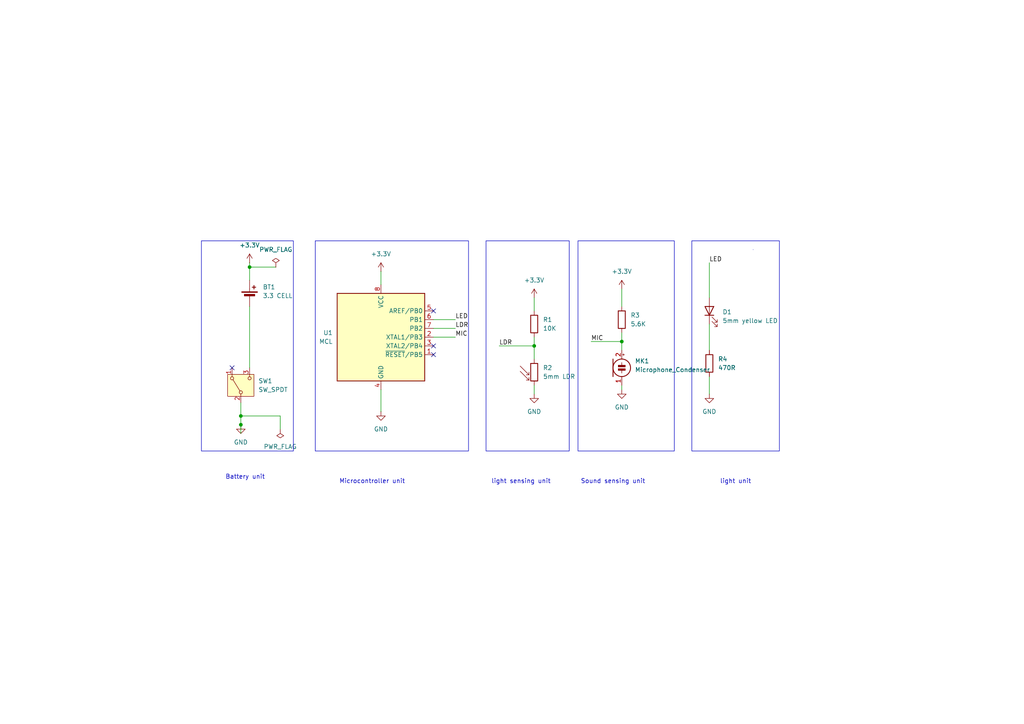
<source format=kicad_sch>
(kicad_sch
	(version 20231120)
	(generator "eeschema")
	(generator_version "8.0")
	(uuid "f8f862d3-1d98-48eb-a3c4-75cd9f32a1fe")
	(paper "A4")
	(title_block
		(title "Digital diya")
		(date "2025-02-06")
		(rev " v1")
		(company "PCB cupid")
	)
	(lib_symbols
		(symbol "Device:Battery_Cell"
			(pin_numbers hide)
			(pin_names
				(offset 0) hide)
			(exclude_from_sim no)
			(in_bom yes)
			(on_board yes)
			(property "Reference" "BT"
				(at 2.54 2.54 0)
				(effects
					(font
						(size 1.27 1.27)
					)
					(justify left)
				)
			)
			(property "Value" "Battery_Cell"
				(at 2.54 0 0)
				(effects
					(font
						(size 1.27 1.27)
					)
					(justify left)
				)
			)
			(property "Footprint" ""
				(at 0 1.524 90)
				(effects
					(font
						(size 1.27 1.27)
					)
					(hide yes)
				)
			)
			(property "Datasheet" "~"
				(at 0 1.524 90)
				(effects
					(font
						(size 1.27 1.27)
					)
					(hide yes)
				)
			)
			(property "Description" "Single-cell battery"
				(at 0 0 0)
				(effects
					(font
						(size 1.27 1.27)
					)
					(hide yes)
				)
			)
			(property "ki_keywords" "battery cell"
				(at 0 0 0)
				(effects
					(font
						(size 1.27 1.27)
					)
					(hide yes)
				)
			)
			(symbol "Battery_Cell_0_1"
				(rectangle
					(start -2.286 1.778)
					(end 2.286 1.524)
					(stroke
						(width 0)
						(type default)
					)
					(fill
						(type outline)
					)
				)
				(rectangle
					(start -1.524 1.016)
					(end 1.524 0.508)
					(stroke
						(width 0)
						(type default)
					)
					(fill
						(type outline)
					)
				)
				(polyline
					(pts
						(xy 0 0.762) (xy 0 0)
					)
					(stroke
						(width 0)
						(type default)
					)
					(fill
						(type none)
					)
				)
				(polyline
					(pts
						(xy 0 1.778) (xy 0 2.54)
					)
					(stroke
						(width 0)
						(type default)
					)
					(fill
						(type none)
					)
				)
				(polyline
					(pts
						(xy 0.762 3.048) (xy 1.778 3.048)
					)
					(stroke
						(width 0.254)
						(type default)
					)
					(fill
						(type none)
					)
				)
				(polyline
					(pts
						(xy 1.27 3.556) (xy 1.27 2.54)
					)
					(stroke
						(width 0.254)
						(type default)
					)
					(fill
						(type none)
					)
				)
			)
			(symbol "Battery_Cell_1_1"
				(pin passive line
					(at 0 5.08 270)
					(length 2.54)
					(name "+"
						(effects
							(font
								(size 1.27 1.27)
							)
						)
					)
					(number "1"
						(effects
							(font
								(size 1.27 1.27)
							)
						)
					)
				)
				(pin passive line
					(at 0 -2.54 90)
					(length 2.54)
					(name "-"
						(effects
							(font
								(size 1.27 1.27)
							)
						)
					)
					(number "2"
						(effects
							(font
								(size 1.27 1.27)
							)
						)
					)
				)
			)
		)
		(symbol "Device:LED"
			(pin_numbers hide)
			(pin_names
				(offset 1.016) hide)
			(exclude_from_sim no)
			(in_bom yes)
			(on_board yes)
			(property "Reference" "D"
				(at 0 2.54 0)
				(effects
					(font
						(size 1.27 1.27)
					)
				)
			)
			(property "Value" "LED"
				(at 0 -2.54 0)
				(effects
					(font
						(size 1.27 1.27)
					)
				)
			)
			(property "Footprint" ""
				(at 0 0 0)
				(effects
					(font
						(size 1.27 1.27)
					)
					(hide yes)
				)
			)
			(property "Datasheet" "~"
				(at 0 0 0)
				(effects
					(font
						(size 1.27 1.27)
					)
					(hide yes)
				)
			)
			(property "Description" "Light emitting diode"
				(at 0 0 0)
				(effects
					(font
						(size 1.27 1.27)
					)
					(hide yes)
				)
			)
			(property "ki_keywords" "LED diode"
				(at 0 0 0)
				(effects
					(font
						(size 1.27 1.27)
					)
					(hide yes)
				)
			)
			(property "ki_fp_filters" "LED* LED_SMD:* LED_THT:*"
				(at 0 0 0)
				(effects
					(font
						(size 1.27 1.27)
					)
					(hide yes)
				)
			)
			(symbol "LED_0_1"
				(polyline
					(pts
						(xy -1.27 -1.27) (xy -1.27 1.27)
					)
					(stroke
						(width 0.254)
						(type default)
					)
					(fill
						(type none)
					)
				)
				(polyline
					(pts
						(xy -1.27 0) (xy 1.27 0)
					)
					(stroke
						(width 0)
						(type default)
					)
					(fill
						(type none)
					)
				)
				(polyline
					(pts
						(xy 1.27 -1.27) (xy 1.27 1.27) (xy -1.27 0) (xy 1.27 -1.27)
					)
					(stroke
						(width 0.254)
						(type default)
					)
					(fill
						(type none)
					)
				)
				(polyline
					(pts
						(xy -3.048 -0.762) (xy -4.572 -2.286) (xy -3.81 -2.286) (xy -4.572 -2.286) (xy -4.572 -1.524)
					)
					(stroke
						(width 0)
						(type default)
					)
					(fill
						(type none)
					)
				)
				(polyline
					(pts
						(xy -1.778 -0.762) (xy -3.302 -2.286) (xy -2.54 -2.286) (xy -3.302 -2.286) (xy -3.302 -1.524)
					)
					(stroke
						(width 0)
						(type default)
					)
					(fill
						(type none)
					)
				)
			)
			(symbol "LED_1_1"
				(pin passive line
					(at -3.81 0 0)
					(length 2.54)
					(name "K"
						(effects
							(font
								(size 1.27 1.27)
							)
						)
					)
					(number "1"
						(effects
							(font
								(size 1.27 1.27)
							)
						)
					)
				)
				(pin passive line
					(at 3.81 0 180)
					(length 2.54)
					(name "A"
						(effects
							(font
								(size 1.27 1.27)
							)
						)
					)
					(number "2"
						(effects
							(font
								(size 1.27 1.27)
							)
						)
					)
				)
			)
		)
		(symbol "Device:Microphone_Condenser"
			(pin_names
				(offset 0.0254) hide)
			(exclude_from_sim no)
			(in_bom yes)
			(on_board yes)
			(property "Reference" "MK"
				(at -3.302 1.27 0)
				(effects
					(font
						(size 1.27 1.27)
					)
					(justify right)
				)
			)
			(property "Value" "Microphone_Condenser"
				(at -3.302 -0.635 0)
				(effects
					(font
						(size 1.27 1.27)
					)
					(justify right)
				)
			)
			(property "Footprint" ""
				(at 0 2.54 90)
				(effects
					(font
						(size 1.27 1.27)
					)
					(hide yes)
				)
			)
			(property "Datasheet" "~"
				(at 0 2.54 90)
				(effects
					(font
						(size 1.27 1.27)
					)
					(hide yes)
				)
			)
			(property "Description" "Condenser microphone"
				(at 0 0 0)
				(effects
					(font
						(size 1.27 1.27)
					)
					(hide yes)
				)
			)
			(property "ki_keywords" "capacitance condenser microphone"
				(at 0 0 0)
				(effects
					(font
						(size 1.27 1.27)
					)
					(hide yes)
				)
			)
			(symbol "Microphone_Condenser_0_1"
				(polyline
					(pts
						(xy -2.54 2.54) (xy -2.54 -2.54)
					)
					(stroke
						(width 0.254)
						(type default)
					)
					(fill
						(type none)
					)
				)
				(polyline
					(pts
						(xy 0 -0.762) (xy 0 -1.524)
					)
					(stroke
						(width 0)
						(type default)
					)
					(fill
						(type none)
					)
				)
				(polyline
					(pts
						(xy 0 0.762) (xy 0 1.524)
					)
					(stroke
						(width 0)
						(type default)
					)
					(fill
						(type none)
					)
				)
				(polyline
					(pts
						(xy 0.254 3.81) (xy 0.762 3.81)
					)
					(stroke
						(width 0)
						(type default)
					)
					(fill
						(type none)
					)
				)
				(polyline
					(pts
						(xy 0.508 4.064) (xy 0.508 3.556)
					)
					(stroke
						(width 0)
						(type default)
					)
					(fill
						(type none)
					)
				)
				(circle
					(center 0 0)
					(radius 2.54)
					(stroke
						(width 0.254)
						(type default)
					)
					(fill
						(type none)
					)
				)
				(rectangle
					(start 1.016 -0.254)
					(end -1.016 -0.762)
					(stroke
						(width 0)
						(type default)
					)
					(fill
						(type outline)
					)
				)
				(rectangle
					(start 1.016 0.762)
					(end -1.016 0.254)
					(stroke
						(width 0)
						(type default)
					)
					(fill
						(type outline)
					)
				)
			)
			(symbol "Microphone_Condenser_1_1"
				(pin passive line
					(at 0 -5.08 90)
					(length 2.54)
					(name "-"
						(effects
							(font
								(size 1.27 1.27)
							)
						)
					)
					(number "1"
						(effects
							(font
								(size 1.27 1.27)
							)
						)
					)
				)
				(pin passive line
					(at 0 5.08 270)
					(length 2.54)
					(name "+"
						(effects
							(font
								(size 1.27 1.27)
							)
						)
					)
					(number "2"
						(effects
							(font
								(size 1.27 1.27)
							)
						)
					)
				)
			)
		)
		(symbol "Device:R"
			(pin_numbers hide)
			(pin_names
				(offset 0)
			)
			(exclude_from_sim no)
			(in_bom yes)
			(on_board yes)
			(property "Reference" "R"
				(at 2.032 0 90)
				(effects
					(font
						(size 1.27 1.27)
					)
				)
			)
			(property "Value" "R"
				(at 0 0 90)
				(effects
					(font
						(size 1.27 1.27)
					)
				)
			)
			(property "Footprint" ""
				(at -1.778 0 90)
				(effects
					(font
						(size 1.27 1.27)
					)
					(hide yes)
				)
			)
			(property "Datasheet" "~"
				(at 0 0 0)
				(effects
					(font
						(size 1.27 1.27)
					)
					(hide yes)
				)
			)
			(property "Description" "Resistor"
				(at 0 0 0)
				(effects
					(font
						(size 1.27 1.27)
					)
					(hide yes)
				)
			)
			(property "ki_keywords" "R res resistor"
				(at 0 0 0)
				(effects
					(font
						(size 1.27 1.27)
					)
					(hide yes)
				)
			)
			(property "ki_fp_filters" "R_*"
				(at 0 0 0)
				(effects
					(font
						(size 1.27 1.27)
					)
					(hide yes)
				)
			)
			(symbol "R_0_1"
				(rectangle
					(start -1.016 -2.54)
					(end 1.016 2.54)
					(stroke
						(width 0.254)
						(type default)
					)
					(fill
						(type none)
					)
				)
			)
			(symbol "R_1_1"
				(pin passive line
					(at 0 3.81 270)
					(length 1.27)
					(name "~"
						(effects
							(font
								(size 1.27 1.27)
							)
						)
					)
					(number "1"
						(effects
							(font
								(size 1.27 1.27)
							)
						)
					)
				)
				(pin passive line
					(at 0 -3.81 90)
					(length 1.27)
					(name "~"
						(effects
							(font
								(size 1.27 1.27)
							)
						)
					)
					(number "2"
						(effects
							(font
								(size 1.27 1.27)
							)
						)
					)
				)
			)
		)
		(symbol "MCU_Microchip_ATtiny:ATtiny85V-10P"
			(exclude_from_sim no)
			(in_bom yes)
			(on_board yes)
			(property "Reference" "U"
				(at -12.7 13.97 0)
				(effects
					(font
						(size 1.27 1.27)
					)
					(justify left bottom)
				)
			)
			(property "Value" "ATtiny85V-10P"
				(at 2.54 -13.97 0)
				(effects
					(font
						(size 1.27 1.27)
					)
					(justify left top)
				)
			)
			(property "Footprint" "Package_DIP:DIP-8_W7.62mm"
				(at 0 0 0)
				(effects
					(font
						(size 1.27 1.27)
						(italic yes)
					)
					(hide yes)
				)
			)
			(property "Datasheet" "http://ww1.microchip.com/downloads/en/DeviceDoc/atmel-2586-avr-8-bit-microcontroller-attiny25-attiny45-attiny85_datasheet.pdf"
				(at 0 0 0)
				(effects
					(font
						(size 1.27 1.27)
					)
					(hide yes)
				)
			)
			(property "Description" "10MHz, 8kB Flash, 512B SRAM, 512B EEPROM, debugWIRE, DIP-8"
				(at 0 0 0)
				(effects
					(font
						(size 1.27 1.27)
					)
					(hide yes)
				)
			)
			(property "ki_keywords" "AVR 8bit Microcontroller tinyAVR"
				(at 0 0 0)
				(effects
					(font
						(size 1.27 1.27)
					)
					(hide yes)
				)
			)
			(property "ki_fp_filters" "DIP*W7.62mm*"
				(at 0 0 0)
				(effects
					(font
						(size 1.27 1.27)
					)
					(hide yes)
				)
			)
			(symbol "ATtiny85V-10P_0_1"
				(rectangle
					(start -12.7 -12.7)
					(end 12.7 12.7)
					(stroke
						(width 0.254)
						(type default)
					)
					(fill
						(type background)
					)
				)
			)
			(symbol "ATtiny85V-10P_1_1"
				(pin bidirectional line
					(at 15.24 -5.08 180)
					(length 2.54)
					(name "~{RESET}/PB5"
						(effects
							(font
								(size 1.27 1.27)
							)
						)
					)
					(number "1"
						(effects
							(font
								(size 1.27 1.27)
							)
						)
					)
				)
				(pin bidirectional line
					(at 15.24 0 180)
					(length 2.54)
					(name "XTAL1/PB3"
						(effects
							(font
								(size 1.27 1.27)
							)
						)
					)
					(number "2"
						(effects
							(font
								(size 1.27 1.27)
							)
						)
					)
				)
				(pin bidirectional line
					(at 15.24 -2.54 180)
					(length 2.54)
					(name "XTAL2/PB4"
						(effects
							(font
								(size 1.27 1.27)
							)
						)
					)
					(number "3"
						(effects
							(font
								(size 1.27 1.27)
							)
						)
					)
				)
				(pin power_in line
					(at 0 -15.24 90)
					(length 2.54)
					(name "GND"
						(effects
							(font
								(size 1.27 1.27)
							)
						)
					)
					(number "4"
						(effects
							(font
								(size 1.27 1.27)
							)
						)
					)
				)
				(pin bidirectional line
					(at 15.24 7.62 180)
					(length 2.54)
					(name "AREF/PB0"
						(effects
							(font
								(size 1.27 1.27)
							)
						)
					)
					(number "5"
						(effects
							(font
								(size 1.27 1.27)
							)
						)
					)
				)
				(pin bidirectional line
					(at 15.24 5.08 180)
					(length 2.54)
					(name "PB1"
						(effects
							(font
								(size 1.27 1.27)
							)
						)
					)
					(number "6"
						(effects
							(font
								(size 1.27 1.27)
							)
						)
					)
				)
				(pin bidirectional line
					(at 15.24 2.54 180)
					(length 2.54)
					(name "PB2"
						(effects
							(font
								(size 1.27 1.27)
							)
						)
					)
					(number "7"
						(effects
							(font
								(size 1.27 1.27)
							)
						)
					)
				)
				(pin power_in line
					(at 0 15.24 270)
					(length 2.54)
					(name "VCC"
						(effects
							(font
								(size 1.27 1.27)
							)
						)
					)
					(number "8"
						(effects
							(font
								(size 1.27 1.27)
							)
						)
					)
				)
			)
		)
		(symbol "Sensor_Optical:LDR07"
			(pin_numbers hide)
			(pin_names
				(offset 0)
			)
			(exclude_from_sim no)
			(in_bom yes)
			(on_board yes)
			(property "Reference" "R"
				(at -5.08 0 90)
				(effects
					(font
						(size 1.27 1.27)
					)
				)
			)
			(property "Value" "LDR07"
				(at 1.905 0 90)
				(effects
					(font
						(size 1.27 1.27)
					)
					(justify top)
				)
			)
			(property "Footprint" "OptoDevice:R_LDR_5.1x4.3mm_P3.4mm_Vertical"
				(at 4.445 0 90)
				(effects
					(font
						(size 1.27 1.27)
					)
					(hide yes)
				)
			)
			(property "Datasheet" "http://www.tme.eu/de/Document/f2e3ad76a925811312d226c31da4cd7e/LDR07.pdf"
				(at 0 -1.27 0)
				(effects
					(font
						(size 1.27 1.27)
					)
					(hide yes)
				)
			)
			(property "Description" "light dependent resistor"
				(at 0 0 0)
				(effects
					(font
						(size 1.27 1.27)
					)
					(hide yes)
				)
			)
			(property "ki_keywords" "light dependent photo resistor LDR"
				(at 0 0 0)
				(effects
					(font
						(size 1.27 1.27)
					)
					(hide yes)
				)
			)
			(property "ki_fp_filters" "R*LDR*5.1x4.3mm*P3.4mm*"
				(at 0 0 0)
				(effects
					(font
						(size 1.27 1.27)
					)
					(hide yes)
				)
			)
			(symbol "LDR07_0_1"
				(rectangle
					(start -1.016 2.54)
					(end 1.016 -2.54)
					(stroke
						(width 0.254)
						(type default)
					)
					(fill
						(type none)
					)
				)
				(polyline
					(pts
						(xy -1.524 -2.286) (xy -4.064 0.254)
					)
					(stroke
						(width 0)
						(type default)
					)
					(fill
						(type none)
					)
				)
				(polyline
					(pts
						(xy -1.524 -2.286) (xy -2.286 -2.286)
					)
					(stroke
						(width 0)
						(type default)
					)
					(fill
						(type none)
					)
				)
				(polyline
					(pts
						(xy -1.524 -2.286) (xy -1.524 -1.524)
					)
					(stroke
						(width 0)
						(type default)
					)
					(fill
						(type none)
					)
				)
				(polyline
					(pts
						(xy -1.524 -0.762) (xy -4.064 1.778)
					)
					(stroke
						(width 0)
						(type default)
					)
					(fill
						(type none)
					)
				)
				(polyline
					(pts
						(xy -1.524 -0.762) (xy -2.286 -0.762)
					)
					(stroke
						(width 0)
						(type default)
					)
					(fill
						(type none)
					)
				)
				(polyline
					(pts
						(xy -1.524 -0.762) (xy -1.524 0)
					)
					(stroke
						(width 0)
						(type default)
					)
					(fill
						(type none)
					)
				)
			)
			(symbol "LDR07_1_1"
				(pin passive line
					(at 0 3.81 270)
					(length 1.27)
					(name "~"
						(effects
							(font
								(size 1.27 1.27)
							)
						)
					)
					(number "1"
						(effects
							(font
								(size 1.27 1.27)
							)
						)
					)
				)
				(pin passive line
					(at 0 -3.81 90)
					(length 1.27)
					(name "~"
						(effects
							(font
								(size 1.27 1.27)
							)
						)
					)
					(number "2"
						(effects
							(font
								(size 1.27 1.27)
							)
						)
					)
				)
			)
		)
		(symbol "Switch:SW_SPDT"
			(pin_names
				(offset 0) hide)
			(exclude_from_sim no)
			(in_bom yes)
			(on_board yes)
			(property "Reference" "SW"
				(at 0 5.08 0)
				(effects
					(font
						(size 1.27 1.27)
					)
				)
			)
			(property "Value" "SW_SPDT"
				(at 0 -5.08 0)
				(effects
					(font
						(size 1.27 1.27)
					)
				)
			)
			(property "Footprint" ""
				(at 0 0 0)
				(effects
					(font
						(size 1.27 1.27)
					)
					(hide yes)
				)
			)
			(property "Datasheet" "~"
				(at 0 -7.62 0)
				(effects
					(font
						(size 1.27 1.27)
					)
					(hide yes)
				)
			)
			(property "Description" "Switch, single pole double throw"
				(at 0 0 0)
				(effects
					(font
						(size 1.27 1.27)
					)
					(hide yes)
				)
			)
			(property "ki_keywords" "switch single-pole double-throw spdt ON-ON"
				(at 0 0 0)
				(effects
					(font
						(size 1.27 1.27)
					)
					(hide yes)
				)
			)
			(symbol "SW_SPDT_0_1"
				(circle
					(center -2.032 0)
					(radius 0.4572)
					(stroke
						(width 0)
						(type default)
					)
					(fill
						(type none)
					)
				)
				(polyline
					(pts
						(xy -1.651 0.254) (xy 1.651 2.286)
					)
					(stroke
						(width 0)
						(type default)
					)
					(fill
						(type none)
					)
				)
				(circle
					(center 2.032 -2.54)
					(radius 0.4572)
					(stroke
						(width 0)
						(type default)
					)
					(fill
						(type none)
					)
				)
				(circle
					(center 2.032 2.54)
					(radius 0.4572)
					(stroke
						(width 0)
						(type default)
					)
					(fill
						(type none)
					)
				)
			)
			(symbol "SW_SPDT_1_1"
				(rectangle
					(start -3.175 3.81)
					(end 3.175 -3.81)
					(stroke
						(width 0)
						(type default)
					)
					(fill
						(type background)
					)
				)
				(pin passive line
					(at 5.08 2.54 180)
					(length 2.54)
					(name "A"
						(effects
							(font
								(size 1.27 1.27)
							)
						)
					)
					(number "1"
						(effects
							(font
								(size 1.27 1.27)
							)
						)
					)
				)
				(pin passive line
					(at -5.08 0 0)
					(length 2.54)
					(name "B"
						(effects
							(font
								(size 1.27 1.27)
							)
						)
					)
					(number "2"
						(effects
							(font
								(size 1.27 1.27)
							)
						)
					)
				)
				(pin passive line
					(at 5.08 -2.54 180)
					(length 2.54)
					(name "C"
						(effects
							(font
								(size 1.27 1.27)
							)
						)
					)
					(number "3"
						(effects
							(font
								(size 1.27 1.27)
							)
						)
					)
				)
			)
		)
		(symbol "power:+3.3V"
			(power)
			(pin_numbers hide)
			(pin_names
				(offset 0) hide)
			(exclude_from_sim no)
			(in_bom yes)
			(on_board yes)
			(property "Reference" "#PWR"
				(at 0 -3.81 0)
				(effects
					(font
						(size 1.27 1.27)
					)
					(hide yes)
				)
			)
			(property "Value" "+3.3V"
				(at 0 3.556 0)
				(effects
					(font
						(size 1.27 1.27)
					)
				)
			)
			(property "Footprint" ""
				(at 0 0 0)
				(effects
					(font
						(size 1.27 1.27)
					)
					(hide yes)
				)
			)
			(property "Datasheet" ""
				(at 0 0 0)
				(effects
					(font
						(size 1.27 1.27)
					)
					(hide yes)
				)
			)
			(property "Description" "Power symbol creates a global label with name \"+3.3V\""
				(at 0 0 0)
				(effects
					(font
						(size 1.27 1.27)
					)
					(hide yes)
				)
			)
			(property "ki_keywords" "global power"
				(at 0 0 0)
				(effects
					(font
						(size 1.27 1.27)
					)
					(hide yes)
				)
			)
			(symbol "+3.3V_0_1"
				(polyline
					(pts
						(xy -0.762 1.27) (xy 0 2.54)
					)
					(stroke
						(width 0)
						(type default)
					)
					(fill
						(type none)
					)
				)
				(polyline
					(pts
						(xy 0 0) (xy 0 2.54)
					)
					(stroke
						(width 0)
						(type default)
					)
					(fill
						(type none)
					)
				)
				(polyline
					(pts
						(xy 0 2.54) (xy 0.762 1.27)
					)
					(stroke
						(width 0)
						(type default)
					)
					(fill
						(type none)
					)
				)
			)
			(symbol "+3.3V_1_1"
				(pin power_in line
					(at 0 0 90)
					(length 0)
					(name "~"
						(effects
							(font
								(size 1.27 1.27)
							)
						)
					)
					(number "1"
						(effects
							(font
								(size 1.27 1.27)
							)
						)
					)
				)
			)
		)
		(symbol "power:GND"
			(power)
			(pin_numbers hide)
			(pin_names
				(offset 0) hide)
			(exclude_from_sim no)
			(in_bom yes)
			(on_board yes)
			(property "Reference" "#PWR"
				(at 0 -6.35 0)
				(effects
					(font
						(size 1.27 1.27)
					)
					(hide yes)
				)
			)
			(property "Value" "GND"
				(at 0 -3.81 0)
				(effects
					(font
						(size 1.27 1.27)
					)
				)
			)
			(property "Footprint" ""
				(at 0 0 0)
				(effects
					(font
						(size 1.27 1.27)
					)
					(hide yes)
				)
			)
			(property "Datasheet" ""
				(at 0 0 0)
				(effects
					(font
						(size 1.27 1.27)
					)
					(hide yes)
				)
			)
			(property "Description" "Power symbol creates a global label with name \"GND\" , ground"
				(at 0 0 0)
				(effects
					(font
						(size 1.27 1.27)
					)
					(hide yes)
				)
			)
			(property "ki_keywords" "global power"
				(at 0 0 0)
				(effects
					(font
						(size 1.27 1.27)
					)
					(hide yes)
				)
			)
			(symbol "GND_0_1"
				(polyline
					(pts
						(xy 0 0) (xy 0 -1.27) (xy 1.27 -1.27) (xy 0 -2.54) (xy -1.27 -1.27) (xy 0 -1.27)
					)
					(stroke
						(width 0)
						(type default)
					)
					(fill
						(type none)
					)
				)
			)
			(symbol "GND_1_1"
				(pin power_in line
					(at 0 0 270)
					(length 0)
					(name "~"
						(effects
							(font
								(size 1.27 1.27)
							)
						)
					)
					(number "1"
						(effects
							(font
								(size 1.27 1.27)
							)
						)
					)
				)
			)
		)
		(symbol "power:PWR_FLAG"
			(power)
			(pin_numbers hide)
			(pin_names
				(offset 0) hide)
			(exclude_from_sim no)
			(in_bom yes)
			(on_board yes)
			(property "Reference" "#FLG"
				(at 0 1.905 0)
				(effects
					(font
						(size 1.27 1.27)
					)
					(hide yes)
				)
			)
			(property "Value" "PWR_FLAG"
				(at 0 3.81 0)
				(effects
					(font
						(size 1.27 1.27)
					)
				)
			)
			(property "Footprint" ""
				(at 0 0 0)
				(effects
					(font
						(size 1.27 1.27)
					)
					(hide yes)
				)
			)
			(property "Datasheet" "~"
				(at 0 0 0)
				(effects
					(font
						(size 1.27 1.27)
					)
					(hide yes)
				)
			)
			(property "Description" "Special symbol for telling ERC where power comes from"
				(at 0 0 0)
				(effects
					(font
						(size 1.27 1.27)
					)
					(hide yes)
				)
			)
			(property "ki_keywords" "flag power"
				(at 0 0 0)
				(effects
					(font
						(size 1.27 1.27)
					)
					(hide yes)
				)
			)
			(symbol "PWR_FLAG_0_0"
				(pin power_out line
					(at 0 0 90)
					(length 0)
					(name "~"
						(effects
							(font
								(size 1.27 1.27)
							)
						)
					)
					(number "1"
						(effects
							(font
								(size 1.27 1.27)
							)
						)
					)
				)
			)
			(symbol "PWR_FLAG_0_1"
				(polyline
					(pts
						(xy 0 0) (xy 0 1.27) (xy -1.016 1.905) (xy 0 2.54) (xy 1.016 1.905) (xy 0 1.27)
					)
					(stroke
						(width 0)
						(type default)
					)
					(fill
						(type none)
					)
				)
			)
		)
	)
	(junction
		(at 154.94 100.33)
		(diameter 0)
		(color 0 0 0 0)
		(uuid "2c0cf104-284b-41c3-b1f4-c74b034818e8")
	)
	(junction
		(at 69.85 120.65)
		(diameter 0)
		(color 0 0 0 0)
		(uuid "5a493d62-7040-48a5-a0c6-61e55892636c")
	)
	(junction
		(at 69.85 123.19)
		(diameter 0)
		(color 0 0 0 0)
		(uuid "8aa7c34a-08c8-4be1-87ba-5fed86283227")
	)
	(junction
		(at 72.39 77.47)
		(diameter 0)
		(color 0 0 0 0)
		(uuid "b39b0ca9-cfbd-4698-b359-005d564e2e08")
	)
	(junction
		(at 180.34 99.06)
		(diameter 0)
		(color 0 0 0 0)
		(uuid "beee0f54-ea53-446c-a89d-3c3c18c5357b")
	)
	(no_connect
		(at 125.73 100.33)
		(uuid "36cbec06-eaee-4165-bf3c-abfefed1657d")
	)
	(no_connect
		(at 125.73 90.17)
		(uuid "3c899ebd-ca40-4ae3-a3c4-84b6e22832e2")
	)
	(no_connect
		(at 67.31 106.68)
		(uuid "7f586335-6d63-4dab-b6b4-e5770720d5dc")
	)
	(no_connect
		(at 125.73 102.87)
		(uuid "dd91180b-d250-43c8-bae0-1b929a084c30")
	)
	(wire
		(pts
			(xy 110.49 78.74) (xy 110.49 82.55)
		)
		(stroke
			(width 0)
			(type default)
		)
		(uuid "10bb44a3-c24e-499a-8fd7-7ab4ff59e201")
	)
	(wire
		(pts
			(xy 72.39 77.47) (xy 80.01 77.47)
		)
		(stroke
			(width 0)
			(type default)
		)
		(uuid "1b678970-0bb5-45b6-b21c-83aa72beff6f")
	)
	(wire
		(pts
			(xy 72.39 77.47) (xy 72.39 81.28)
		)
		(stroke
			(width 0)
			(type default)
		)
		(uuid "26a6e593-e8a3-4d55-9cb7-79382cc7d830")
	)
	(wire
		(pts
			(xy 154.94 100.33) (xy 154.94 104.14)
		)
		(stroke
			(width 0)
			(type default)
		)
		(uuid "28d29028-651b-44e7-9559-feb0838c138a")
	)
	(wire
		(pts
			(xy 180.34 96.52) (xy 180.34 99.06)
		)
		(stroke
			(width 0)
			(type default)
		)
		(uuid "34afbd71-72a9-440b-afe8-9d77ea087154")
	)
	(wire
		(pts
			(xy 81.28 120.65) (xy 69.85 120.65)
		)
		(stroke
			(width 0)
			(type default)
		)
		(uuid "35652ebb-ff9f-4ec3-bac3-973e1270208e")
	)
	(wire
		(pts
			(xy 180.34 83.82) (xy 180.34 88.9)
		)
		(stroke
			(width 0)
			(type default)
		)
		(uuid "3b7e8457-ccb0-478d-ba95-1388b9ba3c30")
	)
	(wire
		(pts
			(xy 69.85 116.84) (xy 69.85 120.65)
		)
		(stroke
			(width 0)
			(type default)
		)
		(uuid "4e9fa94d-4f9e-4e49-9c15-d3f0aa076120")
	)
	(wire
		(pts
			(xy 125.73 95.25) (xy 132.08 95.25)
		)
		(stroke
			(width 0)
			(type default)
		)
		(uuid "4f529ae5-f154-486d-8fbb-ccfde0811426")
	)
	(wire
		(pts
			(xy 171.45 99.06) (xy 180.34 99.06)
		)
		(stroke
			(width 0)
			(type default)
		)
		(uuid "51383d3f-cdd9-4a19-98d6-94cf7613c0d3")
	)
	(wire
		(pts
			(xy 69.85 123.19) (xy 69.85 125.73)
		)
		(stroke
			(width 0)
			(type default)
		)
		(uuid "54f6e681-e38e-470d-8d53-ff47132dafd1")
	)
	(wire
		(pts
			(xy 72.39 88.9) (xy 72.39 106.68)
		)
		(stroke
			(width 0)
			(type default)
		)
		(uuid "722c3ecb-3cb3-40aa-8773-39eef0b7d803")
	)
	(wire
		(pts
			(xy 125.73 97.79) (xy 132.08 97.79)
		)
		(stroke
			(width 0)
			(type default)
		)
		(uuid "75f0277a-7151-41c1-9161-d98ef6b1946c")
	)
	(wire
		(pts
			(xy 110.49 113.03) (xy 110.49 119.38)
		)
		(stroke
			(width 0)
			(type default)
		)
		(uuid "82167735-9a47-4f70-a7f8-0b8c917a7e98")
	)
	(wire
		(pts
			(xy 205.74 93.98) (xy 205.74 101.6)
		)
		(stroke
			(width 0)
			(type default)
		)
		(uuid "96cf6697-20ad-412b-a9e3-918aa5a44537")
	)
	(wire
		(pts
			(xy 72.39 76.2) (xy 72.39 77.47)
		)
		(stroke
			(width 0)
			(type default)
		)
		(uuid "a580a029-9463-479e-b1d3-906e78fd4f0d")
	)
	(wire
		(pts
			(xy 180.34 99.06) (xy 180.34 101.6)
		)
		(stroke
			(width 0)
			(type default)
		)
		(uuid "b548d5f0-6677-4974-bc3f-50081599ec5e")
	)
	(wire
		(pts
			(xy 154.94 111.76) (xy 154.94 114.3)
		)
		(stroke
			(width 0)
			(type default)
		)
		(uuid "ba895ba5-67d5-4fac-90d9-4fa19f5af7e3")
	)
	(wire
		(pts
			(xy 180.34 111.76) (xy 180.34 113.03)
		)
		(stroke
			(width 0)
			(type default)
		)
		(uuid "d03b5d58-020c-4d89-9718-d7d8987ccf4d")
	)
	(wire
		(pts
			(xy 144.78 100.33) (xy 154.94 100.33)
		)
		(stroke
			(width 0)
			(type default)
		)
		(uuid "d9914150-7379-4116-a18c-b50aa1f67f35")
	)
	(wire
		(pts
			(xy 205.74 76.2) (xy 205.74 86.36)
		)
		(stroke
			(width 0)
			(type default)
		)
		(uuid "e21be587-37c8-4a17-8aa1-7254160bee76")
	)
	(wire
		(pts
			(xy 154.94 97.79) (xy 154.94 100.33)
		)
		(stroke
			(width 0)
			(type default)
		)
		(uuid "e494c272-ba81-4848-916f-62eb46542393")
	)
	(wire
		(pts
			(xy 154.94 86.36) (xy 154.94 90.17)
		)
		(stroke
			(width 0)
			(type default)
		)
		(uuid "e579b7f3-89ec-48e1-ba5b-d56f6166c7b2")
	)
	(wire
		(pts
			(xy 69.85 120.65) (xy 69.85 123.19)
		)
		(stroke
			(width 0)
			(type default)
		)
		(uuid "ed7235b6-b6ff-4ee3-afb4-1cfc15ed2e3b")
	)
	(wire
		(pts
			(xy 125.73 92.71) (xy 132.08 92.71)
		)
		(stroke
			(width 0)
			(type default)
		)
		(uuid "f1b0b221-02c1-42ab-9395-179b6eba0185")
	)
	(wire
		(pts
			(xy 205.74 109.22) (xy 205.74 114.3)
		)
		(stroke
			(width 0)
			(type default)
		)
		(uuid "f9517721-43e1-4ae6-bdfe-67f7a62a1ffd")
	)
	(wire
		(pts
			(xy 81.28 124.46) (xy 81.28 120.65)
		)
		(stroke
			(width 0)
			(type default)
		)
		(uuid "fb8251ce-6ca3-450e-bb6a-494d5ffd86d8")
	)
	(rectangle
		(start 200.66 69.85)
		(end 226.06 130.81)
		(stroke
			(width 0)
			(type default)
		)
		(fill
			(type none)
		)
		(uuid 19d7faf4-7935-48dd-8264-63b7b89a57da)
	)
	(rectangle
		(start 167.64 69.85)
		(end 195.58 130.81)
		(stroke
			(width 0)
			(type default)
		)
		(fill
			(type none)
		)
		(uuid 25d290fc-85af-47d5-ab94-6363ad07cc63)
	)
	(rectangle
		(start 218.44 72.39)
		(end 218.44 72.39)
		(stroke
			(width 0)
			(type default)
		)
		(fill
			(type none)
		)
		(uuid 2831b92b-3c22-4981-9eaf-5afbda37f95f)
	)
	(rectangle
		(start 140.97 69.85)
		(end 165.1 130.81)
		(stroke
			(width 0)
			(type default)
		)
		(fill
			(type none)
		)
		(uuid af63923e-f1f5-46b0-b511-889f8706cdb5)
	)
	(rectangle
		(start 91.44 69.85)
		(end 135.89 130.81)
		(stroke
			(width 0)
			(type default)
		)
		(fill
			(type none)
		)
		(uuid cfc97c3f-5437-47eb-9fd4-35488eaed40d)
	)
	(rectangle
		(start 58.42 69.85)
		(end 85.09 130.81)
		(stroke
			(width 0)
			(type default)
		)
		(fill
			(type none)
		)
		(uuid f27b55e8-01ee-4435-ac42-f6c7dc23d29d)
	)
	(text "light sensing unit"
		(exclude_from_sim no)
		(at 151.13 139.7 0)
		(effects
			(font
				(size 1.27 1.27)
			)
		)
		(uuid "39c4ce1e-b481-4a71-a5f4-3ead8ac4e0dc")
	)
	(text "Microcontroller unit\n"
		(exclude_from_sim no)
		(at 107.95 139.7 0)
		(effects
			(font
				(size 1.27 1.27)
			)
		)
		(uuid "3b2fa352-456f-4693-82dd-42a2170b6923")
	)
	(text "light unit"
		(exclude_from_sim no)
		(at 213.36 139.7 0)
		(effects
			(font
				(size 1.27 1.27)
			)
		)
		(uuid "4c32bb8b-3f79-4585-9fee-99b107ec15eb")
	)
	(text "Battery unit\n"
		(exclude_from_sim no)
		(at 71.12 138.43 0)
		(effects
			(font
				(size 1.27 1.27)
			)
		)
		(uuid "cc524be0-8cef-4588-a2e8-aafc573e8448")
	)
	(text "Sound sensing unit"
		(exclude_from_sim no)
		(at 177.8 139.7 0)
		(effects
			(font
				(size 1.27 1.27)
			)
		)
		(uuid "ee07a525-5114-4005-aeeb-1ffc2c5b2c10")
	)
	(label "MIC"
		(at 132.08 97.79 0)
		(effects
			(font
				(size 1.27 1.27)
			)
			(justify left bottom)
		)
		(uuid "93c94405-84c9-4011-a86a-0e2447be742c")
	)
	(label "LDR"
		(at 132.08 95.25 0)
		(effects
			(font
				(size 1.27 1.27)
			)
			(justify left bottom)
		)
		(uuid "97fd5c45-852c-462f-b46a-c1ab52a9c1d7")
	)
	(label "LDR"
		(at 144.78 100.33 0)
		(effects
			(font
				(size 1.27 1.27)
			)
			(justify left bottom)
		)
		(uuid "c49098d3-568b-473d-bd94-34fbf4ab2d26")
	)
	(label "MIC"
		(at 171.45 99.06 0)
		(effects
			(font
				(size 1.27 1.27)
			)
			(justify left bottom)
		)
		(uuid "c494728f-5860-4a97-af99-979044684c82")
	)
	(label "LED"
		(at 205.74 76.2 0)
		(effects
			(font
				(size 1.27 1.27)
			)
			(justify left bottom)
		)
		(uuid "c8c3cfd0-3ab8-4a4c-8dea-5ab8d207afce")
	)
	(label "LED"
		(at 132.08 92.71 0)
		(effects
			(font
				(size 1.27 1.27)
			)
			(justify left bottom)
		)
		(uuid "d0d86e47-076e-4441-bef1-0f30ca4c3bb5")
	)
	(symbol
		(lib_id "Device:R")
		(at 205.74 105.41 0)
		(unit 1)
		(exclude_from_sim no)
		(in_bom yes)
		(on_board yes)
		(dnp no)
		(fields_autoplaced yes)
		(uuid "0631fc70-c48d-43b0-a733-2e8bc14bf9e4")
		(property "Reference" "R4"
			(at 208.28 104.1399 0)
			(effects
				(font
					(size 1.27 1.27)
				)
				(justify left)
			)
		)
		(property "Value" "470R"
			(at 208.28 106.6799 0)
			(effects
				(font
					(size 1.27 1.27)
				)
				(justify left)
			)
		)
		(property "Footprint" "Resistor_THT:R_Axial_DIN0207_L6.3mm_D2.5mm_P15.24mm_Horizontal"
			(at 203.962 105.41 90)
			(effects
				(font
					(size 1.27 1.27)
				)
				(hide yes)
			)
		)
		(property "Datasheet" "~"
			(at 205.74 105.41 0)
			(effects
				(font
					(size 1.27 1.27)
				)
				(hide yes)
			)
		)
		(property "Description" "Resistor"
			(at 205.74 105.41 0)
			(effects
				(font
					(size 1.27 1.27)
				)
				(hide yes)
			)
		)
		(pin "1"
			(uuid "225b122a-9c91-4a62-8269-a04cc6520840")
		)
		(pin "2"
			(uuid "93a26f71-c51d-435c-9425-c7b6859d2101")
		)
		(instances
			(project ""
				(path "/f8f862d3-1d98-48eb-a3c4-75cd9f32a1fe"
					(reference "R4")
					(unit 1)
				)
			)
		)
	)
	(symbol
		(lib_id "power:GND")
		(at 110.49 119.38 0)
		(unit 1)
		(exclude_from_sim no)
		(in_bom yes)
		(on_board yes)
		(dnp no)
		(fields_autoplaced yes)
		(uuid "283bec65-5f0c-4748-8dd6-9eff5bdc3b55")
		(property "Reference" "#PWR04"
			(at 110.49 125.73 0)
			(effects
				(font
					(size 1.27 1.27)
				)
				(hide yes)
			)
		)
		(property "Value" "GND"
			(at 110.49 124.46 0)
			(effects
				(font
					(size 1.27 1.27)
				)
			)
		)
		(property "Footprint" ""
			(at 110.49 119.38 0)
			(effects
				(font
					(size 1.27 1.27)
				)
				(hide yes)
			)
		)
		(property "Datasheet" ""
			(at 110.49 119.38 0)
			(effects
				(font
					(size 1.27 1.27)
				)
				(hide yes)
			)
		)
		(property "Description" "Power symbol creates a global label with name \"GND\" , ground"
			(at 110.49 119.38 0)
			(effects
				(font
					(size 1.27 1.27)
				)
				(hide yes)
			)
		)
		(pin "1"
			(uuid "c9bb3d0d-c753-4e79-b091-46025e20373a")
		)
		(instances
			(project ""
				(path "/f8f862d3-1d98-48eb-a3c4-75cd9f32a1fe"
					(reference "#PWR04")
					(unit 1)
				)
			)
		)
	)
	(symbol
		(lib_id "MCU_Microchip_ATtiny:ATtiny85V-10P")
		(at 110.49 97.79 0)
		(unit 1)
		(exclude_from_sim no)
		(in_bom yes)
		(on_board yes)
		(dnp no)
		(fields_autoplaced yes)
		(uuid "2b1b9dab-ded1-4771-8988-c4f90909c5dd")
		(property "Reference" "U1"
			(at 96.52 96.5199 0)
			(effects
				(font
					(size 1.27 1.27)
				)
				(justify right)
			)
		)
		(property "Value" "MCL"
			(at 96.52 99.0599 0)
			(effects
				(font
					(size 1.27 1.27)
				)
				(justify right)
			)
		)
		(property "Footprint" "Package_DIP:DIP-8_W7.62mm"
			(at 110.49 97.79 0)
			(effects
				(font
					(size 1.27 1.27)
					(italic yes)
				)
				(hide yes)
			)
		)
		(property "Datasheet" "http://ww1.microchip.com/downloads/en/DeviceDoc/atmel-2586-avr-8-bit-microcontroller-attiny25-attiny45-attiny85_datasheet.pdf"
			(at 110.49 97.79 0)
			(effects
				(font
					(size 1.27 1.27)
				)
				(hide yes)
			)
		)
		(property "Description" "10MHz, 8kB Flash, 512B SRAM, 512B EEPROM, debugWIRE, DIP-8"
			(at 110.49 97.79 0)
			(effects
				(font
					(size 1.27 1.27)
				)
				(hide yes)
			)
		)
		(pin "6"
			(uuid "cd10c2c6-cfad-441e-a30e-2a0e4dac38ba")
		)
		(pin "8"
			(uuid "3064ebb7-b208-470b-a368-3f29689f0888")
		)
		(pin "3"
			(uuid "71e2b03a-3915-42ea-9ce7-976f80327019")
		)
		(pin "2"
			(uuid "20246eb3-9c16-4aac-ac83-df7ed4a585ab")
		)
		(pin "1"
			(uuid "e62bb9c4-8020-4054-9364-4a4f1f30aba6")
		)
		(pin "7"
			(uuid "0db0ae13-62db-4cdc-a97b-74ab72d3d549")
		)
		(pin "5"
			(uuid "505c0140-65bf-4027-85ba-25d42e2aa971")
		)
		(pin "4"
			(uuid "495f69cd-2760-4521-9e1d-f4c77c50b925")
		)
		(instances
			(project ""
				(path "/f8f862d3-1d98-48eb-a3c4-75cd9f32a1fe"
					(reference "U1")
					(unit 1)
				)
			)
		)
	)
	(symbol
		(lib_id "power:+3.3V")
		(at 110.49 78.74 0)
		(unit 1)
		(exclude_from_sim no)
		(in_bom yes)
		(on_board yes)
		(dnp no)
		(fields_autoplaced yes)
		(uuid "37ab1f9c-cee1-4f3b-ae2d-026603f35f1c")
		(property "Reference" "#PWR03"
			(at 110.49 82.55 0)
			(effects
				(font
					(size 1.27 1.27)
				)
				(hide yes)
			)
		)
		(property "Value" "+3.3V"
			(at 110.49 73.66 0)
			(effects
				(font
					(size 1.27 1.27)
				)
			)
		)
		(property "Footprint" ""
			(at 110.49 78.74 0)
			(effects
				(font
					(size 1.27 1.27)
				)
				(hide yes)
			)
		)
		(property "Datasheet" ""
			(at 110.49 78.74 0)
			(effects
				(font
					(size 1.27 1.27)
				)
				(hide yes)
			)
		)
		(property "Description" "Power symbol creates a global label with name \"+3.3V\""
			(at 110.49 78.74 0)
			(effects
				(font
					(size 1.27 1.27)
				)
				(hide yes)
			)
		)
		(pin "1"
			(uuid "720e0c58-f1db-428c-b7f8-ad804ebcad58")
		)
		(instances
			(project ""
				(path "/f8f862d3-1d98-48eb-a3c4-75cd9f32a1fe"
					(reference "#PWR03")
					(unit 1)
				)
			)
		)
	)
	(symbol
		(lib_id "power:GND")
		(at 69.85 123.19 0)
		(unit 1)
		(exclude_from_sim no)
		(in_bom yes)
		(on_board yes)
		(dnp no)
		(fields_autoplaced yes)
		(uuid "42ea2f86-5638-453d-850c-820df9270fbf")
		(property "Reference" "#PWR01"
			(at 69.85 129.54 0)
			(effects
				(font
					(size 1.27 1.27)
				)
				(hide yes)
			)
		)
		(property "Value" "GND"
			(at 69.85 128.27 0)
			(effects
				(font
					(size 1.27 1.27)
				)
			)
		)
		(property "Footprint" ""
			(at 69.85 123.19 0)
			(effects
				(font
					(size 1.27 1.27)
				)
				(hide yes)
			)
		)
		(property "Datasheet" ""
			(at 69.85 123.19 0)
			(effects
				(font
					(size 1.27 1.27)
				)
				(hide yes)
			)
		)
		(property "Description" "Power symbol creates a global label with name \"GND\" , ground"
			(at 69.85 123.19 0)
			(effects
				(font
					(size 1.27 1.27)
				)
				(hide yes)
			)
		)
		(pin "1"
			(uuid "6ec9d19d-40f0-4789-8d0f-9de5f26741ed")
		)
		(instances
			(project ""
				(path "/f8f862d3-1d98-48eb-a3c4-75cd9f32a1fe"
					(reference "#PWR01")
					(unit 1)
				)
			)
		)
	)
	(symbol
		(lib_id "power:+3.3V")
		(at 72.39 76.2 0)
		(unit 1)
		(exclude_from_sim no)
		(in_bom yes)
		(on_board yes)
		(dnp no)
		(fields_autoplaced yes)
		(uuid "5285c358-79e1-42da-9f95-1c1c7da337ff")
		(property "Reference" "#PWR02"
			(at 72.39 80.01 0)
			(effects
				(font
					(size 1.27 1.27)
				)
				(hide yes)
			)
		)
		(property "Value" "+3.3V"
			(at 72.39 71.12 0)
			(effects
				(font
					(size 1.27 1.27)
				)
			)
		)
		(property "Footprint" ""
			(at 72.39 76.2 0)
			(effects
				(font
					(size 1.27 1.27)
				)
				(hide yes)
			)
		)
		(property "Datasheet" ""
			(at 72.39 76.2 0)
			(effects
				(font
					(size 1.27 1.27)
				)
				(hide yes)
			)
		)
		(property "Description" "Power symbol creates a global label with name \"+3.3V\""
			(at 72.39 76.2 0)
			(effects
				(font
					(size 1.27 1.27)
				)
				(hide yes)
			)
		)
		(pin "1"
			(uuid "807efb9b-4a5e-4fce-8b38-5995b4e95175")
		)
		(instances
			(project ""
				(path "/f8f862d3-1d98-48eb-a3c4-75cd9f32a1fe"
					(reference "#PWR02")
					(unit 1)
				)
			)
		)
	)
	(symbol
		(lib_id "power:GND")
		(at 154.94 114.3 0)
		(unit 1)
		(exclude_from_sim no)
		(in_bom yes)
		(on_board yes)
		(dnp no)
		(fields_autoplaced yes)
		(uuid "6ecb7be5-9663-4cd6-be71-54de9a76e14c")
		(property "Reference" "#PWR06"
			(at 154.94 120.65 0)
			(effects
				(font
					(size 1.27 1.27)
				)
				(hide yes)
			)
		)
		(property "Value" "GND"
			(at 154.94 119.38 0)
			(effects
				(font
					(size 1.27 1.27)
				)
			)
		)
		(property "Footprint" ""
			(at 154.94 114.3 0)
			(effects
				(font
					(size 1.27 1.27)
				)
				(hide yes)
			)
		)
		(property "Datasheet" ""
			(at 154.94 114.3 0)
			(effects
				(font
					(size 1.27 1.27)
				)
				(hide yes)
			)
		)
		(property "Description" "Power symbol creates a global label with name \"GND\" , ground"
			(at 154.94 114.3 0)
			(effects
				(font
					(size 1.27 1.27)
				)
				(hide yes)
			)
		)
		(pin "1"
			(uuid "d69607c5-0043-4acb-b969-1b92c984bc10")
		)
		(instances
			(project ""
				(path "/f8f862d3-1d98-48eb-a3c4-75cd9f32a1fe"
					(reference "#PWR06")
					(unit 1)
				)
			)
		)
	)
	(symbol
		(lib_id "Device:LED")
		(at 205.74 90.17 90)
		(unit 1)
		(exclude_from_sim no)
		(in_bom yes)
		(on_board yes)
		(dnp no)
		(fields_autoplaced yes)
		(uuid "72f2b785-f92f-405d-b80e-f2cd093bb88b")
		(property "Reference" "D1"
			(at 209.55 90.4874 90)
			(effects
				(font
					(size 1.27 1.27)
				)
				(justify right)
			)
		)
		(property "Value" "5mm yellow LED"
			(at 209.55 93.0274 90)
			(effects
				(font
					(size 1.27 1.27)
				)
				(justify right)
			)
		)
		(property "Footprint" "LED_THT:LED_D5.0mm"
			(at 205.74 90.17 0)
			(effects
				(font
					(size 1.27 1.27)
				)
				(hide yes)
			)
		)
		(property "Datasheet" "~"
			(at 205.74 90.17 0)
			(effects
				(font
					(size 1.27 1.27)
				)
				(hide yes)
			)
		)
		(property "Description" "Light emitting diode"
			(at 205.74 90.17 0)
			(effects
				(font
					(size 1.27 1.27)
				)
				(hide yes)
			)
		)
		(pin "2"
			(uuid "88b09bbc-1638-47a7-bdee-4304812f8dee")
		)
		(pin "1"
			(uuid "7f4f8e29-1d56-474f-a51e-b96c578e7b86")
		)
		(instances
			(project ""
				(path "/f8f862d3-1d98-48eb-a3c4-75cd9f32a1fe"
					(reference "D1")
					(unit 1)
				)
			)
		)
	)
	(symbol
		(lib_id "power:GND")
		(at 180.34 113.03 0)
		(unit 1)
		(exclude_from_sim no)
		(in_bom yes)
		(on_board yes)
		(dnp no)
		(fields_autoplaced yes)
		(uuid "80f8aa51-7f1f-4410-88f3-2c7a92ca9152")
		(property "Reference" "#PWR08"
			(at 180.34 119.38 0)
			(effects
				(font
					(size 1.27 1.27)
				)
				(hide yes)
			)
		)
		(property "Value" "GND"
			(at 180.34 118.11 0)
			(effects
				(font
					(size 1.27 1.27)
				)
			)
		)
		(property "Footprint" ""
			(at 180.34 113.03 0)
			(effects
				(font
					(size 1.27 1.27)
				)
				(hide yes)
			)
		)
		(property "Datasheet" ""
			(at 180.34 113.03 0)
			(effects
				(font
					(size 1.27 1.27)
				)
				(hide yes)
			)
		)
		(property "Description" "Power symbol creates a global label with name \"GND\" , ground"
			(at 180.34 113.03 0)
			(effects
				(font
					(size 1.27 1.27)
				)
				(hide yes)
			)
		)
		(pin "1"
			(uuid "f2d27780-85a6-4e3f-97d7-2f0f8e5768f8")
		)
		(instances
			(project ""
				(path "/f8f862d3-1d98-48eb-a3c4-75cd9f32a1fe"
					(reference "#PWR08")
					(unit 1)
				)
			)
		)
	)
	(symbol
		(lib_id "Switch:SW_SPDT")
		(at 69.85 111.76 90)
		(unit 1)
		(exclude_from_sim no)
		(in_bom yes)
		(on_board yes)
		(dnp no)
		(fields_autoplaced yes)
		(uuid "82e71dc4-5e74-4556-b85c-3b575ce10514")
		(property "Reference" "SW1"
			(at 74.93 110.4899 90)
			(effects
				(font
					(size 1.27 1.27)
				)
				(justify right)
			)
		)
		(property "Value" "SW_SPDT"
			(at 74.93 113.0299 90)
			(effects
				(font
					(size 1.27 1.27)
				)
				(justify right)
			)
		)
		(property "Footprint" "Button_Switch_THT:SW_E-Switch_EG1224_SPDT_Angled"
			(at 69.85 111.76 0)
			(effects
				(font
					(size 1.27 1.27)
				)
				(hide yes)
			)
		)
		(property "Datasheet" "~"
			(at 77.47 111.76 0)
			(effects
				(font
					(size 1.27 1.27)
				)
				(hide yes)
			)
		)
		(property "Description" "Switch, single pole double throw"
			(at 69.85 111.76 0)
			(effects
				(font
					(size 1.27 1.27)
				)
				(hide yes)
			)
		)
		(pin "3"
			(uuid "85ca5ac1-533a-4808-a5c5-59a24bf6877a")
		)
		(pin "2"
			(uuid "4caf7a15-ec04-4597-ab70-37864e7e8eda")
		)
		(pin "1"
			(uuid "f4098cf5-523d-4d82-93a2-2b39ee26464a")
		)
		(instances
			(project ""
				(path "/f8f862d3-1d98-48eb-a3c4-75cd9f32a1fe"
					(reference "SW1")
					(unit 1)
				)
			)
		)
	)
	(symbol
		(lib_id "Device:R")
		(at 180.34 92.71 0)
		(unit 1)
		(exclude_from_sim no)
		(in_bom yes)
		(on_board yes)
		(dnp no)
		(fields_autoplaced yes)
		(uuid "9c70800b-e1c6-4c78-a58d-d98ab90e26aa")
		(property "Reference" "R3"
			(at 182.88 91.4399 0)
			(effects
				(font
					(size 1.27 1.27)
				)
				(justify left)
			)
		)
		(property "Value" "5.6K"
			(at 182.88 93.9799 0)
			(effects
				(font
					(size 1.27 1.27)
				)
				(justify left)
			)
		)
		(property "Footprint" "Resistor_THT:R_Axial_DIN0207_L6.3mm_D2.5mm_P15.24mm_Horizontal"
			(at 178.562 92.71 90)
			(effects
				(font
					(size 1.27 1.27)
				)
				(hide yes)
			)
		)
		(property "Datasheet" "~"
			(at 180.34 92.71 0)
			(effects
				(font
					(size 1.27 1.27)
				)
				(hide yes)
			)
		)
		(property "Description" "Resistor"
			(at 180.34 92.71 0)
			(effects
				(font
					(size 1.27 1.27)
				)
				(hide yes)
			)
		)
		(pin "1"
			(uuid "afb16fd2-79a5-416d-8507-7bcb2bd84d71")
		)
		(pin "2"
			(uuid "61e1b785-44f1-47d6-ac79-8281faaa4db2")
		)
		(instances
			(project "feb2025"
				(path "/f8f862d3-1d98-48eb-a3c4-75cd9f32a1fe"
					(reference "R3")
					(unit 1)
				)
			)
		)
	)
	(symbol
		(lib_id "Device:Microphone_Condenser")
		(at 180.34 106.68 0)
		(unit 1)
		(exclude_from_sim no)
		(in_bom yes)
		(on_board yes)
		(dnp no)
		(fields_autoplaced yes)
		(uuid "a4d27b3c-84ac-4405-8210-de0e782d0ac2")
		(property "Reference" "MK1"
			(at 184.15 104.7114 0)
			(effects
				(font
					(size 1.27 1.27)
				)
				(justify left)
			)
		)
		(property "Value" "Microphone_Condenser"
			(at 184.15 107.2514 0)
			(effects
				(font
					(size 1.27 1.27)
				)
				(justify left)
			)
		)
		(property "Footprint" "Connector_PinHeader_2.54mm:PinHeader_1x02_P2.54mm_Vertical"
			(at 180.34 104.14 90)
			(effects
				(font
					(size 1.27 1.27)
				)
				(hide yes)
			)
		)
		(property "Datasheet" "~"
			(at 180.34 104.14 90)
			(effects
				(font
					(size 1.27 1.27)
				)
				(hide yes)
			)
		)
		(property "Description" "Condenser microphone"
			(at 180.34 106.68 0)
			(effects
				(font
					(size 1.27 1.27)
				)
				(hide yes)
			)
		)
		(pin "1"
			(uuid "53ca2a06-85eb-457b-8e98-3dd483df5a56")
		)
		(pin "2"
			(uuid "b4fab49c-764b-4b19-aecf-da4c9a7bb5b4")
		)
		(instances
			(project ""
				(path "/f8f862d3-1d98-48eb-a3c4-75cd9f32a1fe"
					(reference "MK1")
					(unit 1)
				)
			)
		)
	)
	(symbol
		(lib_id "power:+3.3V")
		(at 180.34 83.82 0)
		(unit 1)
		(exclude_from_sim no)
		(in_bom yes)
		(on_board yes)
		(dnp no)
		(fields_autoplaced yes)
		(uuid "ac704fd1-d122-4ef5-a508-3764736d0280")
		(property "Reference" "#PWR07"
			(at 180.34 87.63 0)
			(effects
				(font
					(size 1.27 1.27)
				)
				(hide yes)
			)
		)
		(property "Value" "+3.3V"
			(at 180.34 78.74 0)
			(effects
				(font
					(size 1.27 1.27)
				)
			)
		)
		(property "Footprint" ""
			(at 180.34 83.82 0)
			(effects
				(font
					(size 1.27 1.27)
				)
				(hide yes)
			)
		)
		(property "Datasheet" ""
			(at 180.34 83.82 0)
			(effects
				(font
					(size 1.27 1.27)
				)
				(hide yes)
			)
		)
		(property "Description" "Power symbol creates a global label with name \"+3.3V\""
			(at 180.34 83.82 0)
			(effects
				(font
					(size 1.27 1.27)
				)
				(hide yes)
			)
		)
		(pin "1"
			(uuid "ca31c844-609a-4397-a416-3dc8f18a861e")
		)
		(instances
			(project ""
				(path "/f8f862d3-1d98-48eb-a3c4-75cd9f32a1fe"
					(reference "#PWR07")
					(unit 1)
				)
			)
		)
	)
	(symbol
		(lib_id "Device:Battery_Cell")
		(at 72.39 86.36 0)
		(unit 1)
		(exclude_from_sim no)
		(in_bom yes)
		(on_board yes)
		(dnp no)
		(fields_autoplaced yes)
		(uuid "ae67254b-e04b-4163-9578-313301428ddd")
		(property "Reference" "BT1"
			(at 76.2 83.2484 0)
			(effects
				(font
					(size 1.27 1.27)
				)
				(justify left)
			)
		)
		(property "Value" "3.3 CELL"
			(at 76.2 85.7884 0)
			(effects
				(font
					(size 1.27 1.27)
				)
				(justify left)
			)
		)
		(property "Footprint" "Battery:BatteryHolder_ComfortableElectronic_CH273-2450_1x2450"
			(at 72.39 84.836 90)
			(effects
				(font
					(size 1.27 1.27)
				)
				(hide yes)
			)
		)
		(property "Datasheet" "~"
			(at 72.39 84.836 90)
			(effects
				(font
					(size 1.27 1.27)
				)
				(hide yes)
			)
		)
		(property "Description" "Single-cell battery"
			(at 72.39 86.36 0)
			(effects
				(font
					(size 1.27 1.27)
				)
				(hide yes)
			)
		)
		(pin "2"
			(uuid "a490c823-cb65-4bd6-9b68-25c4f8d58065")
		)
		(pin "1"
			(uuid "6b058634-8d20-40f4-bc7b-20be8a0636e3")
		)
		(instances
			(project ""
				(path "/f8f862d3-1d98-48eb-a3c4-75cd9f32a1fe"
					(reference "BT1")
					(unit 1)
				)
			)
		)
	)
	(symbol
		(lib_id "Device:R")
		(at 154.94 93.98 0)
		(unit 1)
		(exclude_from_sim no)
		(in_bom yes)
		(on_board yes)
		(dnp no)
		(fields_autoplaced yes)
		(uuid "b6812af9-55f3-4085-8faf-65a248db61d3")
		(property "Reference" "R1"
			(at 157.48 92.7099 0)
			(effects
				(font
					(size 1.27 1.27)
				)
				(justify left)
			)
		)
		(property "Value" "10K"
			(at 157.48 95.2499 0)
			(effects
				(font
					(size 1.27 1.27)
				)
				(justify left)
			)
		)
		(property "Footprint" "Resistor_THT:R_Axial_DIN0207_L6.3mm_D2.5mm_P15.24mm_Horizontal"
			(at 153.162 93.98 90)
			(effects
				(font
					(size 1.27 1.27)
				)
				(hide yes)
			)
		)
		(property "Datasheet" "~"
			(at 154.94 93.98 0)
			(effects
				(font
					(size 1.27 1.27)
				)
				(hide yes)
			)
		)
		(property "Description" "Resistor"
			(at 154.94 93.98 0)
			(effects
				(font
					(size 1.27 1.27)
				)
				(hide yes)
			)
		)
		(pin "1"
			(uuid "5c7bcc73-dbc0-4394-b5da-5671e74c1684")
		)
		(pin "2"
			(uuid "44b92b8e-aa53-4c9a-a038-f242676b4851")
		)
		(instances
			(project ""
				(path "/f8f862d3-1d98-48eb-a3c4-75cd9f32a1fe"
					(reference "R1")
					(unit 1)
				)
			)
		)
	)
	(symbol
		(lib_id "power:+3.3V")
		(at 154.94 86.36 0)
		(unit 1)
		(exclude_from_sim no)
		(in_bom yes)
		(on_board yes)
		(dnp no)
		(fields_autoplaced yes)
		(uuid "ba97dcf0-fe6f-463b-9f23-9050faa05672")
		(property "Reference" "#PWR05"
			(at 154.94 90.17 0)
			(effects
				(font
					(size 1.27 1.27)
				)
				(hide yes)
			)
		)
		(property "Value" "+3.3V"
			(at 154.94 81.28 0)
			(effects
				(font
					(size 1.27 1.27)
				)
			)
		)
		(property "Footprint" ""
			(at 154.94 86.36 0)
			(effects
				(font
					(size 1.27 1.27)
				)
				(hide yes)
			)
		)
		(property "Datasheet" ""
			(at 154.94 86.36 0)
			(effects
				(font
					(size 1.27 1.27)
				)
				(hide yes)
			)
		)
		(property "Description" "Power symbol creates a global label with name \"+3.3V\""
			(at 154.94 86.36 0)
			(effects
				(font
					(size 1.27 1.27)
				)
				(hide yes)
			)
		)
		(pin "1"
			(uuid "cc1890e4-c448-48b9-af6b-fd3a7dda8398")
		)
		(instances
			(project ""
				(path "/f8f862d3-1d98-48eb-a3c4-75cd9f32a1fe"
					(reference "#PWR05")
					(unit 1)
				)
			)
		)
	)
	(symbol
		(lib_id "power:PWR_FLAG")
		(at 80.01 77.47 0)
		(unit 1)
		(exclude_from_sim no)
		(in_bom yes)
		(on_board yes)
		(dnp no)
		(fields_autoplaced yes)
		(uuid "cec3f461-75ae-4756-b5b3-3b30c38a9a2f")
		(property "Reference" "#FLG01"
			(at 80.01 75.565 0)
			(effects
				(font
					(size 1.27 1.27)
				)
				(hide yes)
			)
		)
		(property "Value" "PWR_FLAG"
			(at 80.01 72.39 0)
			(effects
				(font
					(size 1.27 1.27)
				)
			)
		)
		(property "Footprint" ""
			(at 80.01 77.47 0)
			(effects
				(font
					(size 1.27 1.27)
				)
				(hide yes)
			)
		)
		(property "Datasheet" "~"
			(at 80.01 77.47 0)
			(effects
				(font
					(size 1.27 1.27)
				)
				(hide yes)
			)
		)
		(property "Description" "Special symbol for telling ERC where power comes from"
			(at 80.01 77.47 0)
			(effects
				(font
					(size 1.27 1.27)
				)
				(hide yes)
			)
		)
		(pin "1"
			(uuid "b027f57f-e482-4ade-8d69-c174e5c7d07a")
		)
		(instances
			(project ""
				(path "/f8f862d3-1d98-48eb-a3c4-75cd9f32a1fe"
					(reference "#FLG01")
					(unit 1)
				)
			)
		)
	)
	(symbol
		(lib_id "power:PWR_FLAG")
		(at 81.28 124.46 180)
		(unit 1)
		(exclude_from_sim no)
		(in_bom yes)
		(on_board yes)
		(dnp no)
		(fields_autoplaced yes)
		(uuid "fabd8f60-2fa8-4e6f-b74a-0974f18c7ced")
		(property "Reference" "#FLG02"
			(at 81.28 126.365 0)
			(effects
				(font
					(size 1.27 1.27)
				)
				(hide yes)
			)
		)
		(property "Value" "PWR_FLAG"
			(at 81.28 129.54 0)
			(effects
				(font
					(size 1.27 1.27)
				)
			)
		)
		(property "Footprint" ""
			(at 81.28 124.46 0)
			(effects
				(font
					(size 1.27 1.27)
				)
				(hide yes)
			)
		)
		(property "Datasheet" "~"
			(at 81.28 124.46 0)
			(effects
				(font
					(size 1.27 1.27)
				)
				(hide yes)
			)
		)
		(property "Description" "Special symbol for telling ERC where power comes from"
			(at 81.28 124.46 0)
			(effects
				(font
					(size 1.27 1.27)
				)
				(hide yes)
			)
		)
		(pin "1"
			(uuid "b47d264b-54d2-430a-a76c-127d9c50c40c")
		)
		(instances
			(project ""
				(path "/f8f862d3-1d98-48eb-a3c4-75cd9f32a1fe"
					(reference "#FLG02")
					(unit 1)
				)
			)
		)
	)
	(symbol
		(lib_id "power:GND")
		(at 205.74 114.3 0)
		(unit 1)
		(exclude_from_sim no)
		(in_bom yes)
		(on_board yes)
		(dnp no)
		(fields_autoplaced yes)
		(uuid "fdb8d005-808f-47d4-b29b-8aa7024decff")
		(property "Reference" "#PWR09"
			(at 205.74 120.65 0)
			(effects
				(font
					(size 1.27 1.27)
				)
				(hide yes)
			)
		)
		(property "Value" "GND"
			(at 205.74 119.38 0)
			(effects
				(font
					(size 1.27 1.27)
				)
			)
		)
		(property "Footprint" ""
			(at 205.74 114.3 0)
			(effects
				(font
					(size 1.27 1.27)
				)
				(hide yes)
			)
		)
		(property "Datasheet" ""
			(at 205.74 114.3 0)
			(effects
				(font
					(size 1.27 1.27)
				)
				(hide yes)
			)
		)
		(property "Description" "Power symbol creates a global label with name \"GND\" , ground"
			(at 205.74 114.3 0)
			(effects
				(font
					(size 1.27 1.27)
				)
				(hide yes)
			)
		)
		(pin "1"
			(uuid "0d7691be-089f-4190-a696-b63e6084dce1")
		)
		(instances
			(project ""
				(path "/f8f862d3-1d98-48eb-a3c4-75cd9f32a1fe"
					(reference "#PWR09")
					(unit 1)
				)
			)
		)
	)
	(symbol
		(lib_id "Sensor_Optical:LDR07")
		(at 154.94 107.95 0)
		(unit 1)
		(exclude_from_sim no)
		(in_bom yes)
		(on_board yes)
		(dnp no)
		(fields_autoplaced yes)
		(uuid "fe44b010-e80a-4db4-9f75-7b40a9b68ac1")
		(property "Reference" "R2"
			(at 157.48 106.6799 0)
			(effects
				(font
					(size 1.27 1.27)
				)
				(justify left)
			)
		)
		(property "Value" "5mm LDR"
			(at 157.48 109.2199 0)
			(effects
				(font
					(size 1.27 1.27)
				)
				(justify left)
			)
		)
		(property "Footprint" "OptoDevice:R_LDR_5.1x4.3mm_P3.4mm_Vertical"
			(at 159.385 107.95 90)
			(effects
				(font
					(size 1.27 1.27)
				)
				(hide yes)
			)
		)
		(property "Datasheet" "http://www.tme.eu/de/Document/f2e3ad76a925811312d226c31da4cd7e/LDR07.pdf"
			(at 154.94 109.22 0)
			(effects
				(font
					(size 1.27 1.27)
				)
				(hide yes)
			)
		)
		(property "Description" "light dependent resistor"
			(at 154.94 107.95 0)
			(effects
				(font
					(size 1.27 1.27)
				)
				(hide yes)
			)
		)
		(pin "1"
			(uuid "672b85cf-54f3-4749-bdf8-7335c84dda8c")
		)
		(pin "2"
			(uuid "d36d70ea-f378-4d72-a4a0-49a23f22c060")
		)
		(instances
			(project ""
				(path "/f8f862d3-1d98-48eb-a3c4-75cd9f32a1fe"
					(reference "R2")
					(unit 1)
				)
			)
		)
	)
	(sheet_instances
		(path "/"
			(page "1")
		)
	)
)

</source>
